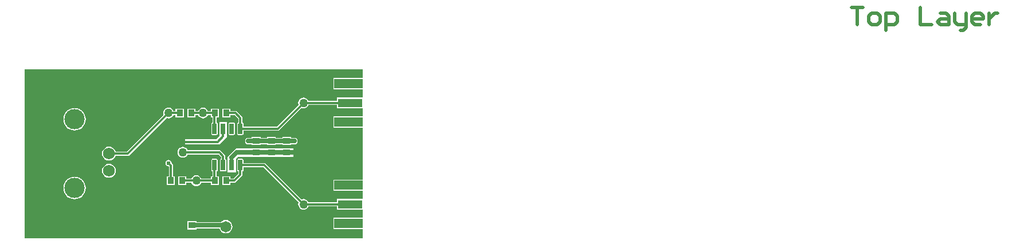
<source format=gtl>
G04 Layer_Physical_Order=1*
G04 Layer_Color=255*
%FSLAX25Y25*%
%MOIN*%
G70*
G01*
G75*
%ADD10R,0.03543X0.03937*%
G04:AMPARAMS|DCode=11|XSize=61.02mil|YSize=23.62mil|CornerRadius=0.94mil|HoleSize=0mil|Usage=FLASHONLY|Rotation=90.000|XOffset=0mil|YOffset=0mil|HoleType=Round|Shape=RoundedRectangle|*
%AMROUNDEDRECTD11*
21,1,0.06102,0.02173,0,0,90.0*
21,1,0.05913,0.02362,0,0,90.0*
1,1,0.00189,0.01087,0.02957*
1,1,0.00189,0.01087,-0.02957*
1,1,0.00189,-0.01087,-0.02957*
1,1,0.00189,-0.01087,0.02957*
%
%ADD11ROUNDEDRECTD11*%
%ADD12R,0.16535X0.05315*%
%ADD13R,0.14173X0.05000*%
%ADD14R,0.03937X0.03543*%
%ADD15C,0.01200*%
%ADD16C,0.02500*%
%ADD17C,0.02000*%
%ADD18C,0.11811*%
%ADD19C,0.06890*%
%ADD20C,0.05000*%
%ADD21R,0.06500X0.06500*%
%ADD22C,0.06500*%
%ADD23C,0.02400*%
G36*
X590551Y486821D02*
X573416D01*
Y480305D01*
X590551D01*
Y475541D01*
X575384D01*
Y473665D01*
X558951D01*
X558810Y474004D01*
X558313Y474652D01*
X557666Y475149D01*
X556912Y475461D01*
X556102Y475568D01*
X555293Y475461D01*
X554539Y475149D01*
X553891Y474652D01*
X553395Y474004D01*
X553082Y473250D01*
X552976Y472441D01*
X553082Y471632D01*
X553223Y471292D01*
X540635Y458704D01*
X521106D01*
Y460437D01*
X521052Y460708D01*
X520898Y460938D01*
X520669Y461091D01*
X520535Y461118D01*
Y463760D01*
X520441Y464228D01*
X520176Y464625D01*
X517401Y467401D01*
X517004Y467666D01*
X516535Y467759D01*
X513592D01*
Y469104D01*
X508849D01*
Y463967D01*
X513592D01*
Y465312D01*
X516029D01*
X518087Y463253D01*
Y461118D01*
X517953Y461091D01*
X517724Y460938D01*
X517570Y460708D01*
X517516Y460437D01*
Y454524D01*
X517570Y454253D01*
X517724Y454023D01*
X517953Y453869D01*
X518224Y453816D01*
X520398D01*
X520669Y453869D01*
X520898Y454023D01*
X521052Y454253D01*
X521106Y454524D01*
Y456257D01*
X541142D01*
X541610Y456350D01*
X542007Y456615D01*
X554953Y469561D01*
X555293Y469421D01*
X556102Y469314D01*
X556912Y469421D01*
X557666Y469733D01*
X558313Y470230D01*
X558810Y470878D01*
X558951Y471217D01*
X575384D01*
Y469341D01*
X590551D01*
Y464576D01*
X573416D01*
Y458061D01*
X590551D01*
Y427765D01*
X573416D01*
Y421250D01*
X590551D01*
Y416486D01*
X575384D01*
Y414609D01*
X558951D01*
X558810Y414949D01*
X558313Y415597D01*
X557666Y416094D01*
X556912Y416406D01*
X556102Y416513D01*
X555293Y416406D01*
X554953Y416265D01*
X534133Y437086D01*
X533736Y437351D01*
X533268Y437444D01*
X521106D01*
Y439177D01*
X521052Y439448D01*
X520898Y439678D01*
X520669Y439831D01*
X520398Y439885D01*
X518224D01*
X517953Y439831D01*
X517724Y439678D01*
X517570Y439448D01*
X517516Y439177D01*
Y433264D01*
X517570Y432993D01*
X517724Y432763D01*
X517953Y432610D01*
X518087Y432583D01*
Y431235D01*
X515241Y428389D01*
X513592D01*
Y429734D01*
X508849D01*
Y424597D01*
X513592D01*
Y425942D01*
X515748D01*
X516216Y426035D01*
X516613Y426300D01*
X520176Y429863D01*
X520441Y430260D01*
X520535Y430728D01*
Y432583D01*
X520669Y432610D01*
X520898Y432763D01*
X521052Y432993D01*
X521106Y433264D01*
Y434997D01*
X532761D01*
X553223Y414535D01*
X553082Y414195D01*
X552976Y413386D01*
X553082Y412577D01*
X553395Y411823D01*
X553891Y411175D01*
X554539Y410678D01*
X555293Y410366D01*
X556102Y410259D01*
X556912Y410366D01*
X557666Y410678D01*
X558313Y411175D01*
X558810Y411823D01*
X558951Y412162D01*
X575384D01*
Y410286D01*
X590551D01*
Y405521D01*
X573416D01*
Y399006D01*
X590551D01*
Y393701D01*
X393701D01*
Y492126D01*
X590551D01*
Y486821D01*
D02*
G37*
%LPC*%
G36*
X505398Y439885D02*
X503224D01*
X502953Y439831D01*
X502724Y439678D01*
X502570Y439448D01*
X502516Y439177D01*
Y433264D01*
X502570Y432993D01*
X502724Y432763D01*
X502953Y432610D01*
X503088Y432583D01*
Y429734D01*
X502156D01*
Y428389D01*
X496549D01*
X496409Y428729D01*
X495912Y429376D01*
X495264Y429873D01*
X494510Y430186D01*
X493701Y430292D01*
X492892Y430186D01*
X492137Y429873D01*
X491490Y429376D01*
X490993Y428729D01*
X490852Y428389D01*
X488002D01*
Y429734D01*
X483258D01*
Y424597D01*
X488002D01*
Y425942D01*
X490852D01*
X490993Y425602D01*
X491490Y424954D01*
X492137Y424458D01*
X492892Y424145D01*
X493701Y424039D01*
X494510Y424145D01*
X495264Y424458D01*
X495912Y424954D01*
X496409Y425602D01*
X496549Y425942D01*
X502156D01*
Y424597D01*
X506899D01*
Y429734D01*
X505535D01*
Y432583D01*
X505669Y432610D01*
X505898Y432763D01*
X506052Y432993D01*
X506106Y433264D01*
Y439177D01*
X506052Y439448D01*
X505898Y439678D01*
X505669Y439831D01*
X505398Y439885D01*
D02*
G37*
G36*
X442913Y436993D02*
X441857Y436854D01*
X440873Y436447D01*
X440028Y435798D01*
X439380Y434953D01*
X438973Y433969D01*
X438834Y432913D01*
X438973Y431857D01*
X439380Y430873D01*
X440028Y430028D01*
X440873Y429380D01*
X441857Y428973D01*
X442913Y428834D01*
X443969Y428973D01*
X444953Y429380D01*
X445798Y430028D01*
X446447Y430873D01*
X446854Y431857D01*
X446993Y432913D01*
X446854Y433969D01*
X446447Y434953D01*
X445798Y435798D01*
X444953Y436447D01*
X443969Y436854D01*
X442913Y436993D01*
D02*
G37*
G36*
X485827Y446828D02*
X485017Y446721D01*
X484263Y446409D01*
X483616Y445912D01*
X483119Y445264D01*
X482807Y444510D01*
X482700Y443701D01*
X482807Y442892D01*
X483119Y442137D01*
X483616Y441490D01*
X484263Y440993D01*
X485017Y440681D01*
X485827Y440574D01*
X486636Y440681D01*
X487390Y440993D01*
X488038Y441490D01*
X488535Y442137D01*
X488675Y442477D01*
X506580D01*
X508087Y440970D01*
Y439858D01*
X507953Y439831D01*
X507724Y439678D01*
X507570Y439448D01*
X507516Y439177D01*
Y433264D01*
X507570Y432993D01*
X507724Y432763D01*
X507953Y432610D01*
X508224Y432556D01*
X510398D01*
X510669Y432610D01*
X510898Y432763D01*
X511052Y432993D01*
X511106Y433264D01*
Y439177D01*
X511052Y439448D01*
X510898Y439678D01*
X510669Y439831D01*
X510534Y439858D01*
Y441476D01*
X510441Y441945D01*
X510176Y442342D01*
X507952Y444566D01*
X507555Y444831D01*
X507087Y444924D01*
X488675D01*
X488535Y445264D01*
X488038Y445912D01*
X487390Y446409D01*
X486636Y446721D01*
X485827Y446828D01*
D02*
G37*
G36*
X510827Y404316D02*
X509822Y404184D01*
X508885Y403796D01*
X508081Y403179D01*
X507995Y403067D01*
X493710D01*
Y403553D01*
X488573D01*
Y398810D01*
X493710D01*
Y399295D01*
X507131D01*
X507464Y398492D01*
X508081Y397687D01*
X508885Y397070D01*
X509822Y396682D01*
X510827Y396550D01*
X511832Y396682D01*
X512768Y397070D01*
X513573Y397687D01*
X514190Y398492D01*
X514578Y399428D01*
X514710Y400433D01*
X514578Y401438D01*
X514190Y402375D01*
X513573Y403179D01*
X512768Y403796D01*
X511832Y404184D01*
X510827Y404316D01*
D02*
G37*
G36*
X422913Y429450D02*
X421638Y429325D01*
X420412Y428953D01*
X419282Y428349D01*
X418291Y427536D01*
X417478Y426545D01*
X416874Y425415D01*
X416502Y424189D01*
X416376Y422913D01*
X416502Y421638D01*
X416874Y420412D01*
X417478Y419282D01*
X418291Y418291D01*
X419282Y417478D01*
X420412Y416874D01*
X421638Y416502D01*
X422913Y416376D01*
X424189Y416502D01*
X425415Y416874D01*
X426545Y417478D01*
X427536Y418291D01*
X428349Y419282D01*
X428953Y420412D01*
X429325Y421638D01*
X429450Y422913D01*
X429325Y424189D01*
X428953Y425415D01*
X428349Y426545D01*
X427536Y427536D01*
X426545Y428349D01*
X425415Y428953D01*
X424189Y429325D01*
X422913Y429450D01*
D02*
G37*
G36*
X477559Y439237D02*
X476857Y439097D01*
X476261Y438699D01*
X475864Y438104D01*
X475724Y437402D01*
X475864Y436699D01*
X476261Y436104D01*
X476857Y435706D01*
X477559Y435566D01*
X477713Y434985D01*
Y429734D01*
X476565D01*
Y424597D01*
X481309D01*
Y429734D01*
X480161D01*
Y436024D01*
X480067Y436492D01*
X479802Y436889D01*
X479377Y437314D01*
X479394Y437402D01*
X479255Y438104D01*
X478857Y438699D01*
X478261Y439097D01*
X477559Y439237D01*
D02*
G37*
G36*
X550197Y445866D02*
X516732Y445866D01*
X511811Y440945D01*
Y432087D01*
X516732D01*
Y439961D01*
X517717Y440945D01*
X550197Y440945D01*
Y445866D01*
D02*
G37*
G36*
X422913Y469450D02*
X421638Y469325D01*
X420412Y468953D01*
X419282Y468349D01*
X418291Y467536D01*
X417478Y466545D01*
X416874Y465415D01*
X416502Y464189D01*
X416376Y462913D01*
X416502Y461638D01*
X416874Y460412D01*
X417478Y459282D01*
X418291Y458291D01*
X419282Y457478D01*
X420412Y456874D01*
X421638Y456502D01*
X422913Y456376D01*
X424189Y456502D01*
X425415Y456874D01*
X426545Y457478D01*
X427536Y458291D01*
X428349Y459282D01*
X428953Y460412D01*
X429325Y461638D01*
X429450Y462913D01*
X429325Y464189D01*
X428953Y465415D01*
X428349Y466545D01*
X427536Y467536D01*
X426545Y468349D01*
X425415Y468953D01*
X424189Y469325D01*
X422913Y469450D01*
D02*
G37*
G36*
X477559Y469662D02*
X476750Y469556D01*
X475996Y469243D01*
X475348Y468746D01*
X474851Y468099D01*
X474539Y467345D01*
X474432Y466535D01*
X474539Y465726D01*
X474680Y465386D01*
X453430Y444137D01*
X446785D01*
X446447Y444953D01*
X445798Y445798D01*
X444953Y446447D01*
X443969Y446854D01*
X442913Y446993D01*
X441857Y446854D01*
X440873Y446447D01*
X440028Y445798D01*
X439380Y444953D01*
X438973Y443969D01*
X438834Y442913D01*
X438973Y441857D01*
X439380Y440873D01*
X440028Y440028D01*
X440873Y439380D01*
X441857Y438973D01*
X442913Y438834D01*
X443969Y438973D01*
X444953Y439380D01*
X445798Y440028D01*
X446447Y440873D01*
X446785Y441690D01*
X453937D01*
X454405Y441783D01*
X454802Y442048D01*
X476410Y463656D01*
X476750Y463515D01*
X477559Y463409D01*
X478368Y463515D01*
X479122Y463828D01*
X479770Y464325D01*
X480267Y464972D01*
X480408Y465312D01*
X481683D01*
Y463967D01*
X486427D01*
Y469104D01*
X481683D01*
Y467759D01*
X480408D01*
X480267Y468099D01*
X479770Y468746D01*
X479122Y469243D01*
X478368Y469556D01*
X477559Y469662D01*
D02*
G37*
G36*
X497638D02*
X496829Y469556D01*
X496074Y469243D01*
X495427Y468746D01*
X494930Y468099D01*
X494789Y467759D01*
X493120D01*
Y469104D01*
X488376D01*
Y463967D01*
X493120D01*
Y465312D01*
X494789D01*
X494930Y464972D01*
X495427Y464325D01*
X496074Y463828D01*
X496829Y463515D01*
X497638Y463409D01*
X498447Y463515D01*
X499201Y463828D01*
X499849Y464325D01*
X500346Y464972D01*
X500486Y465312D01*
X502156D01*
Y463967D01*
X503088D01*
Y461118D01*
X502953Y461091D01*
X502724Y460938D01*
X502570Y460708D01*
X502516Y460437D01*
Y454524D01*
X502570Y454253D01*
X502724Y454023D01*
X502953Y453869D01*
X503224Y453816D01*
X505398D01*
X505669Y453869D01*
X505898Y454023D01*
X506052Y454253D01*
X506106Y454524D01*
Y460437D01*
X506052Y460708D01*
X505898Y460938D01*
X505669Y461091D01*
X505535Y461118D01*
Y463967D01*
X506899D01*
Y469104D01*
X502156D01*
Y467759D01*
X500486D01*
X500346Y468099D01*
X499849Y468746D01*
X499201Y469243D01*
X498447Y469556D01*
X497638Y469662D01*
D02*
G37*
G36*
X507087Y461417D02*
X507087Y453150D01*
X505118Y451181D01*
X487205Y451181D01*
X487205Y448425D01*
X507274Y448425D01*
X511417Y452568D01*
X511417Y461417D01*
X507087Y461417D01*
D02*
G37*
G36*
X548828Y452568D02*
X543691D01*
Y452083D01*
X539970D01*
Y452568D01*
X534833D01*
Y452083D01*
X531112D01*
Y452568D01*
X525975D01*
Y452083D01*
X524016D01*
X523294Y451939D01*
X522682Y451531D01*
X522273Y450919D01*
X522129Y450197D01*
X522273Y449475D01*
X522682Y448863D01*
X523294Y448454D01*
X524016Y448311D01*
X525975D01*
Y447825D01*
X531112D01*
Y448311D01*
X534833D01*
Y447825D01*
X539970D01*
Y448311D01*
X543691D01*
Y447825D01*
X548828D01*
Y448311D01*
X550787D01*
X551509Y448454D01*
X552121Y448863D01*
X552530Y449475D01*
X552674Y450197D01*
X552530Y450919D01*
X552121Y451531D01*
X551509Y451939D01*
X550787Y452083D01*
X548828D01*
Y452568D01*
D02*
G37*
G36*
X515398Y461145D02*
X513224D01*
X512953Y461091D01*
X512724Y460938D01*
X512570Y460708D01*
X512516Y460437D01*
Y454524D01*
X512570Y454253D01*
X512724Y454023D01*
X512953Y453869D01*
X513224Y453816D01*
X515398D01*
X515669Y453869D01*
X515898Y454023D01*
X516052Y454253D01*
X516106Y454524D01*
Y460437D01*
X516052Y460708D01*
X515898Y460938D01*
X515669Y461091D01*
X515398Y461145D01*
D02*
G37*
%LPD*%
D10*
X490748Y466535D02*
D03*
X484055D02*
D03*
X511221D02*
D03*
X504528D02*
D03*
X485630Y427165D02*
D03*
X478937D02*
D03*
X511221D02*
D03*
X504528D02*
D03*
D11*
X514311Y457480D02*
D03*
X519311Y436221D02*
D03*
Y457480D02*
D03*
X514311Y436221D02*
D03*
X509311D02*
D03*
X504311Y457480D02*
D03*
Y436221D02*
D03*
X509311Y457480D02*
D03*
D12*
X582283Y483563D02*
D03*
Y461319D02*
D03*
Y424508D02*
D03*
Y402264D02*
D03*
D13*
X583071Y472441D02*
D03*
Y413386D02*
D03*
D14*
X528543Y443504D02*
D03*
Y450197D02*
D03*
X537402Y443504D02*
D03*
Y450197D02*
D03*
X546260Y443504D02*
D03*
Y450197D02*
D03*
X491142Y407874D02*
D03*
Y401181D02*
D03*
D15*
X477559Y466535D02*
X484055D01*
X453937Y442913D02*
X477559Y466535D01*
X442913Y442913D02*
X453937D01*
X477559Y437402D02*
X478937Y436024D01*
Y427165D02*
Y436024D01*
X504311Y466319D02*
X504528Y466535D01*
X504311Y457480D02*
Y466319D01*
X497638Y466535D02*
X504528D01*
X490748D02*
X497638D01*
X519311Y457480D02*
Y463760D01*
X516535Y466535D02*
X519311Y463760D01*
X511221Y466535D02*
X516535D01*
X556102Y472441D02*
X583071D01*
X541142Y457480D02*
X556102Y472441D01*
X519311Y457480D02*
X541142D01*
X515748Y427165D02*
X519311Y430728D01*
X511221Y427165D02*
X515748D01*
X519311Y430728D02*
Y436221D01*
X556102Y413386D02*
X583071D01*
X533268Y436221D02*
X556102Y413386D01*
X519311Y436221D02*
X533268D01*
X504095Y427165D02*
X504311Y427382D01*
X485630Y427165D02*
X504528D01*
X504311Y427382D02*
Y436221D01*
X509311D02*
Y441476D01*
X507087Y443701D02*
X509311Y441476D01*
X485827Y443701D02*
X507087D01*
X509311Y453012D02*
Y457480D01*
X506102Y449803D02*
X509311Y453012D01*
X486221Y449803D02*
X506102D01*
D16*
X546260Y443504D02*
X551181D01*
X537402D02*
X546260D01*
X528543D02*
X537402D01*
X517323D02*
X528543D01*
X514311Y440492D02*
X517323Y443504D01*
X546260Y450197D02*
X550787D01*
X524016D02*
X528543D01*
X537402D02*
X546260D01*
X528543D02*
X537402D01*
X510079Y401181D02*
X510827Y400433D01*
X491142Y401181D02*
X510079D01*
D17*
X514311Y436221D02*
Y440492D01*
X875000Y527997D02*
X881664D01*
X878332D01*
Y518000D01*
X886663D02*
X889995D01*
X891661Y519666D01*
Y522998D01*
X889995Y524664D01*
X886663D01*
X884997Y522998D01*
Y519666D01*
X886663Y518000D01*
X894993Y514668D02*
Y524664D01*
X899992D01*
X901658Y522998D01*
Y519666D01*
X899992Y518000D01*
X894993D01*
X914987Y527997D02*
Y518000D01*
X921652D01*
X926650Y524664D02*
X929982D01*
X931648Y522998D01*
Y518000D01*
X926650D01*
X924984Y519666D01*
X926650Y521332D01*
X931648D01*
X934981Y524664D02*
Y519666D01*
X936647Y518000D01*
X941645D01*
Y516334D01*
X939979Y514668D01*
X938313D01*
X941645Y518000D02*
Y524664D01*
X949976Y518000D02*
X946644D01*
X944977Y519666D01*
Y522998D01*
X946644Y524664D01*
X949976D01*
X951642Y522998D01*
Y521332D01*
X944977D01*
X954974Y524664D02*
Y518000D01*
Y521332D01*
X956640Y522998D01*
X958306Y524664D01*
X959972D01*
D18*
X422913Y462913D02*
D03*
Y422913D02*
D03*
D19*
X442913Y442913D02*
D03*
Y432913D02*
D03*
D20*
X477559Y466535D02*
D03*
X497638D02*
D03*
X493701Y427165D02*
D03*
X485827Y443701D02*
D03*
X556102Y413386D02*
D03*
Y472441D02*
D03*
D21*
X510827Y410433D02*
D03*
D22*
Y400433D02*
D03*
D23*
X477559Y437402D02*
D03*
X550787Y450197D02*
D03*
X541831D02*
D03*
X532972D02*
D03*
X524016D02*
D03*
X503937Y401181D02*
D03*
X500000D02*
D03*
X496063D02*
D03*
X576772Y484252D02*
D03*
X580709D02*
D03*
X584646D02*
D03*
X588583D02*
D03*
X576772Y460630D02*
D03*
X580709D02*
D03*
X584646D02*
D03*
X588583D02*
D03*
X576772Y402559D02*
D03*
X580709D02*
D03*
X584646D02*
D03*
X588583D02*
D03*
Y424213D02*
D03*
X576772D02*
D03*
X584646D02*
D03*
X580709D02*
D03*
M02*

</source>
